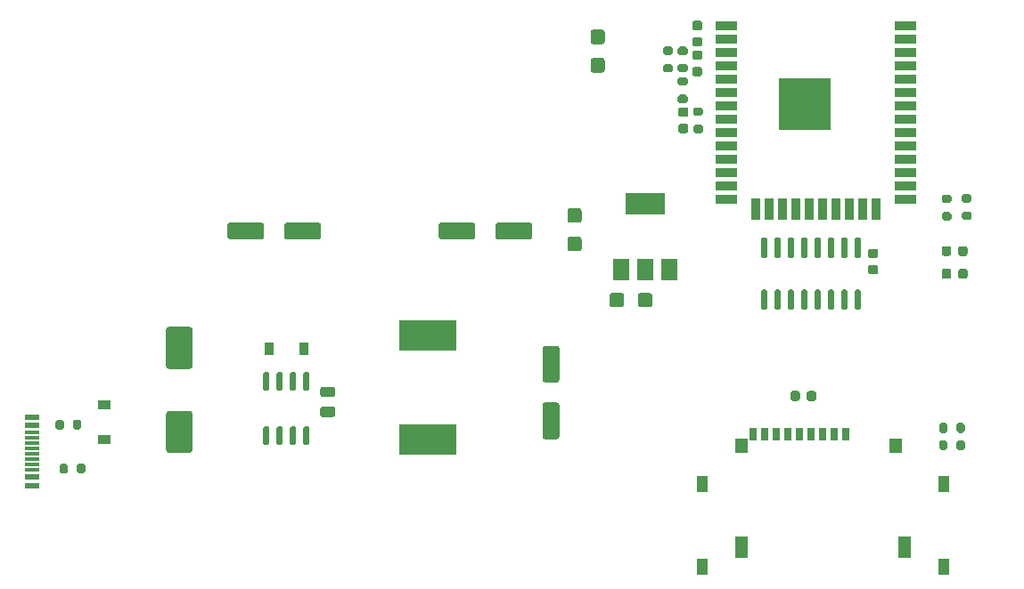
<source format=gtp>
G04 #@! TF.GenerationSoftware,KiCad,Pcbnew,(5.1.10)-1*
G04 #@! TF.CreationDate,2022-01-24T19:44:03+00:00*
G04 #@! TF.ProjectId,ESP32_Plotter_Controller_revB1,45535033-325f-4506-9c6f-747465725f43,rev?*
G04 #@! TF.SameCoordinates,Original*
G04 #@! TF.FileFunction,Paste,Top*
G04 #@! TF.FilePolarity,Positive*
%FSLAX46Y46*%
G04 Gerber Fmt 4.6, Leading zero omitted, Abs format (unit mm)*
G04 Created by KiCad (PCBNEW (5.1.10)-1) date 2022-01-24 19:44:03*
%MOMM*%
%LPD*%
G01*
G04 APERTURE LIST*
%ADD10R,2.000000X0.900000*%
%ADD11R,0.900000X2.000000*%
%ADD12R,5.000000X5.000000*%
%ADD13R,1.200000X0.900000*%
%ADD14R,0.900000X1.200000*%
%ADD15R,1.450000X0.600000*%
%ADD16R,1.450000X0.300000*%
%ADD17R,5.400000X2.900000*%
%ADD18R,1.500000X2.000000*%
%ADD19R,3.800000X2.000000*%
%ADD20R,1.000000X1.500000*%
%ADD21R,1.200000X2.000000*%
%ADD22R,1.200000X1.400000*%
%ADD23R,0.700000X1.300000*%
G04 APERTURE END LIST*
D10*
X116450000Y-70485000D03*
X116450000Y-71755000D03*
X116450000Y-73025000D03*
X116450000Y-74295000D03*
X116450000Y-75565000D03*
X116450000Y-76835000D03*
X116450000Y-78105000D03*
X116450000Y-79375000D03*
X116450000Y-80645000D03*
X116450000Y-81915000D03*
X116450000Y-83185000D03*
X116450000Y-84455000D03*
X116450000Y-85725000D03*
X116450000Y-86995000D03*
D11*
X113665000Y-87995000D03*
X112395000Y-87995000D03*
X111125000Y-87995000D03*
X109855000Y-87995000D03*
X108585000Y-87995000D03*
X107315000Y-87995000D03*
X106045000Y-87995000D03*
X104775000Y-87995000D03*
X103505000Y-87995000D03*
X102235000Y-87995000D03*
D10*
X99450000Y-86995000D03*
X99450000Y-85725000D03*
X99450000Y-84455000D03*
X99450000Y-83185000D03*
X99450000Y-81915000D03*
X99450000Y-80645000D03*
X99450000Y-79375000D03*
X99450000Y-78105000D03*
X99450000Y-76835000D03*
X99450000Y-75565000D03*
X99450000Y-74295000D03*
X99450000Y-73025000D03*
X99450000Y-71755000D03*
X99450000Y-70485000D03*
D12*
X106950000Y-77985000D03*
G36*
G01*
X59413000Y-108634000D02*
X59713000Y-108634000D01*
G75*
G02*
X59863000Y-108784000I0J-150000D01*
G01*
X59863000Y-110234000D01*
G75*
G02*
X59713000Y-110384000I-150000J0D01*
G01*
X59413000Y-110384000D01*
G75*
G02*
X59263000Y-110234000I0J150000D01*
G01*
X59263000Y-108784000D01*
G75*
G02*
X59413000Y-108634000I150000J0D01*
G01*
G37*
G36*
G01*
X58143000Y-108634000D02*
X58443000Y-108634000D01*
G75*
G02*
X58593000Y-108784000I0J-150000D01*
G01*
X58593000Y-110234000D01*
G75*
G02*
X58443000Y-110384000I-150000J0D01*
G01*
X58143000Y-110384000D01*
G75*
G02*
X57993000Y-110234000I0J150000D01*
G01*
X57993000Y-108784000D01*
G75*
G02*
X58143000Y-108634000I150000J0D01*
G01*
G37*
G36*
G01*
X56873000Y-108634000D02*
X57173000Y-108634000D01*
G75*
G02*
X57323000Y-108784000I0J-150000D01*
G01*
X57323000Y-110234000D01*
G75*
G02*
X57173000Y-110384000I-150000J0D01*
G01*
X56873000Y-110384000D01*
G75*
G02*
X56723000Y-110234000I0J150000D01*
G01*
X56723000Y-108784000D01*
G75*
G02*
X56873000Y-108634000I150000J0D01*
G01*
G37*
G36*
G01*
X55603000Y-108634000D02*
X55903000Y-108634000D01*
G75*
G02*
X56053000Y-108784000I0J-150000D01*
G01*
X56053000Y-110234000D01*
G75*
G02*
X55903000Y-110384000I-150000J0D01*
G01*
X55603000Y-110384000D01*
G75*
G02*
X55453000Y-110234000I0J150000D01*
G01*
X55453000Y-108784000D01*
G75*
G02*
X55603000Y-108634000I150000J0D01*
G01*
G37*
G36*
G01*
X55603000Y-103484000D02*
X55903000Y-103484000D01*
G75*
G02*
X56053000Y-103634000I0J-150000D01*
G01*
X56053000Y-105084000D01*
G75*
G02*
X55903000Y-105234000I-150000J0D01*
G01*
X55603000Y-105234000D01*
G75*
G02*
X55453000Y-105084000I0J150000D01*
G01*
X55453000Y-103634000D01*
G75*
G02*
X55603000Y-103484000I150000J0D01*
G01*
G37*
G36*
G01*
X56873000Y-103484000D02*
X57173000Y-103484000D01*
G75*
G02*
X57323000Y-103634000I0J-150000D01*
G01*
X57323000Y-105084000D01*
G75*
G02*
X57173000Y-105234000I-150000J0D01*
G01*
X56873000Y-105234000D01*
G75*
G02*
X56723000Y-105084000I0J150000D01*
G01*
X56723000Y-103634000D01*
G75*
G02*
X56873000Y-103484000I150000J0D01*
G01*
G37*
G36*
G01*
X58143000Y-103484000D02*
X58443000Y-103484000D01*
G75*
G02*
X58593000Y-103634000I0J-150000D01*
G01*
X58593000Y-105084000D01*
G75*
G02*
X58443000Y-105234000I-150000J0D01*
G01*
X58143000Y-105234000D01*
G75*
G02*
X57993000Y-105084000I0J150000D01*
G01*
X57993000Y-103634000D01*
G75*
G02*
X58143000Y-103484000I150000J0D01*
G01*
G37*
G36*
G01*
X59413000Y-103484000D02*
X59713000Y-103484000D01*
G75*
G02*
X59863000Y-103634000I0J-150000D01*
G01*
X59863000Y-105084000D01*
G75*
G02*
X59713000Y-105234000I-150000J0D01*
G01*
X59413000Y-105234000D01*
G75*
G02*
X59263000Y-105084000I0J150000D01*
G01*
X59263000Y-103634000D01*
G75*
G02*
X59413000Y-103484000I150000J0D01*
G01*
G37*
D13*
X40386000Y-106554000D03*
X40386000Y-109854000D03*
D14*
X56008000Y-101219000D03*
X59308000Y-101219000D03*
G36*
G01*
X85464201Y-89266000D02*
X84614199Y-89266000D01*
G75*
G02*
X84364200Y-89016001I0J249999D01*
G01*
X84364200Y-88115999D01*
G75*
G02*
X84614199Y-87866000I249999J0D01*
G01*
X85464201Y-87866000D01*
G75*
G02*
X85714200Y-88115999I0J-249999D01*
G01*
X85714200Y-89016001D01*
G75*
G02*
X85464201Y-89266000I-249999J0D01*
G01*
G37*
G36*
G01*
X85464201Y-91966000D02*
X84614199Y-91966000D01*
G75*
G02*
X84364200Y-91716001I0J249999D01*
G01*
X84364200Y-90815999D01*
G75*
G02*
X84614199Y-90566000I249999J0D01*
G01*
X85464201Y-90566000D01*
G75*
G02*
X85714200Y-90815999I0J-249999D01*
G01*
X85714200Y-91716001D01*
G75*
G02*
X85464201Y-91966000I-249999J0D01*
G01*
G37*
G36*
G01*
X89757500Y-96196599D02*
X89757500Y-97046601D01*
G75*
G02*
X89507501Y-97296600I-249999J0D01*
G01*
X88607499Y-97296600D01*
G75*
G02*
X88357500Y-97046601I0J249999D01*
G01*
X88357500Y-96196599D01*
G75*
G02*
X88607499Y-95946600I249999J0D01*
G01*
X89507501Y-95946600D01*
G75*
G02*
X89757500Y-96196599I0J-249999D01*
G01*
G37*
G36*
G01*
X92457500Y-96196599D02*
X92457500Y-97046601D01*
G75*
G02*
X92207501Y-97296600I-249999J0D01*
G01*
X91307499Y-97296600D01*
G75*
G02*
X91057500Y-97046601I0J249999D01*
G01*
X91057500Y-96196599D01*
G75*
G02*
X91307499Y-95946600I249999J0D01*
G01*
X92207501Y-95946600D01*
G75*
G02*
X92457500Y-96196599I0J-249999D01*
G01*
G37*
G36*
G01*
X111801000Y-95607000D02*
X112101000Y-95607000D01*
G75*
G02*
X112251000Y-95757000I0J-150000D01*
G01*
X112251000Y-97407000D01*
G75*
G02*
X112101000Y-97557000I-150000J0D01*
G01*
X111801000Y-97557000D01*
G75*
G02*
X111651000Y-97407000I0J150000D01*
G01*
X111651000Y-95757000D01*
G75*
G02*
X111801000Y-95607000I150000J0D01*
G01*
G37*
G36*
G01*
X110531000Y-95607000D02*
X110831000Y-95607000D01*
G75*
G02*
X110981000Y-95757000I0J-150000D01*
G01*
X110981000Y-97407000D01*
G75*
G02*
X110831000Y-97557000I-150000J0D01*
G01*
X110531000Y-97557000D01*
G75*
G02*
X110381000Y-97407000I0J150000D01*
G01*
X110381000Y-95757000D01*
G75*
G02*
X110531000Y-95607000I150000J0D01*
G01*
G37*
G36*
G01*
X109261000Y-95607000D02*
X109561000Y-95607000D01*
G75*
G02*
X109711000Y-95757000I0J-150000D01*
G01*
X109711000Y-97407000D01*
G75*
G02*
X109561000Y-97557000I-150000J0D01*
G01*
X109261000Y-97557000D01*
G75*
G02*
X109111000Y-97407000I0J150000D01*
G01*
X109111000Y-95757000D01*
G75*
G02*
X109261000Y-95607000I150000J0D01*
G01*
G37*
G36*
G01*
X107991000Y-95607000D02*
X108291000Y-95607000D01*
G75*
G02*
X108441000Y-95757000I0J-150000D01*
G01*
X108441000Y-97407000D01*
G75*
G02*
X108291000Y-97557000I-150000J0D01*
G01*
X107991000Y-97557000D01*
G75*
G02*
X107841000Y-97407000I0J150000D01*
G01*
X107841000Y-95757000D01*
G75*
G02*
X107991000Y-95607000I150000J0D01*
G01*
G37*
G36*
G01*
X106721000Y-95607000D02*
X107021000Y-95607000D01*
G75*
G02*
X107171000Y-95757000I0J-150000D01*
G01*
X107171000Y-97407000D01*
G75*
G02*
X107021000Y-97557000I-150000J0D01*
G01*
X106721000Y-97557000D01*
G75*
G02*
X106571000Y-97407000I0J150000D01*
G01*
X106571000Y-95757000D01*
G75*
G02*
X106721000Y-95607000I150000J0D01*
G01*
G37*
G36*
G01*
X105451000Y-95607000D02*
X105751000Y-95607000D01*
G75*
G02*
X105901000Y-95757000I0J-150000D01*
G01*
X105901000Y-97407000D01*
G75*
G02*
X105751000Y-97557000I-150000J0D01*
G01*
X105451000Y-97557000D01*
G75*
G02*
X105301000Y-97407000I0J150000D01*
G01*
X105301000Y-95757000D01*
G75*
G02*
X105451000Y-95607000I150000J0D01*
G01*
G37*
G36*
G01*
X104181000Y-95607000D02*
X104481000Y-95607000D01*
G75*
G02*
X104631000Y-95757000I0J-150000D01*
G01*
X104631000Y-97407000D01*
G75*
G02*
X104481000Y-97557000I-150000J0D01*
G01*
X104181000Y-97557000D01*
G75*
G02*
X104031000Y-97407000I0J150000D01*
G01*
X104031000Y-95757000D01*
G75*
G02*
X104181000Y-95607000I150000J0D01*
G01*
G37*
G36*
G01*
X102911000Y-95607000D02*
X103211000Y-95607000D01*
G75*
G02*
X103361000Y-95757000I0J-150000D01*
G01*
X103361000Y-97407000D01*
G75*
G02*
X103211000Y-97557000I-150000J0D01*
G01*
X102911000Y-97557000D01*
G75*
G02*
X102761000Y-97407000I0J150000D01*
G01*
X102761000Y-95757000D01*
G75*
G02*
X102911000Y-95607000I150000J0D01*
G01*
G37*
G36*
G01*
X102911000Y-90657000D02*
X103211000Y-90657000D01*
G75*
G02*
X103361000Y-90807000I0J-150000D01*
G01*
X103361000Y-92457000D01*
G75*
G02*
X103211000Y-92607000I-150000J0D01*
G01*
X102911000Y-92607000D01*
G75*
G02*
X102761000Y-92457000I0J150000D01*
G01*
X102761000Y-90807000D01*
G75*
G02*
X102911000Y-90657000I150000J0D01*
G01*
G37*
G36*
G01*
X104181000Y-90657000D02*
X104481000Y-90657000D01*
G75*
G02*
X104631000Y-90807000I0J-150000D01*
G01*
X104631000Y-92457000D01*
G75*
G02*
X104481000Y-92607000I-150000J0D01*
G01*
X104181000Y-92607000D01*
G75*
G02*
X104031000Y-92457000I0J150000D01*
G01*
X104031000Y-90807000D01*
G75*
G02*
X104181000Y-90657000I150000J0D01*
G01*
G37*
G36*
G01*
X105451000Y-90657000D02*
X105751000Y-90657000D01*
G75*
G02*
X105901000Y-90807000I0J-150000D01*
G01*
X105901000Y-92457000D01*
G75*
G02*
X105751000Y-92607000I-150000J0D01*
G01*
X105451000Y-92607000D01*
G75*
G02*
X105301000Y-92457000I0J150000D01*
G01*
X105301000Y-90807000D01*
G75*
G02*
X105451000Y-90657000I150000J0D01*
G01*
G37*
G36*
G01*
X106721000Y-90657000D02*
X107021000Y-90657000D01*
G75*
G02*
X107171000Y-90807000I0J-150000D01*
G01*
X107171000Y-92457000D01*
G75*
G02*
X107021000Y-92607000I-150000J0D01*
G01*
X106721000Y-92607000D01*
G75*
G02*
X106571000Y-92457000I0J150000D01*
G01*
X106571000Y-90807000D01*
G75*
G02*
X106721000Y-90657000I150000J0D01*
G01*
G37*
G36*
G01*
X107991000Y-90657000D02*
X108291000Y-90657000D01*
G75*
G02*
X108441000Y-90807000I0J-150000D01*
G01*
X108441000Y-92457000D01*
G75*
G02*
X108291000Y-92607000I-150000J0D01*
G01*
X107991000Y-92607000D01*
G75*
G02*
X107841000Y-92457000I0J150000D01*
G01*
X107841000Y-90807000D01*
G75*
G02*
X107991000Y-90657000I150000J0D01*
G01*
G37*
G36*
G01*
X109261000Y-90657000D02*
X109561000Y-90657000D01*
G75*
G02*
X109711000Y-90807000I0J-150000D01*
G01*
X109711000Y-92457000D01*
G75*
G02*
X109561000Y-92607000I-150000J0D01*
G01*
X109261000Y-92607000D01*
G75*
G02*
X109111000Y-92457000I0J150000D01*
G01*
X109111000Y-90807000D01*
G75*
G02*
X109261000Y-90657000I150000J0D01*
G01*
G37*
G36*
G01*
X110531000Y-90657000D02*
X110831000Y-90657000D01*
G75*
G02*
X110981000Y-90807000I0J-150000D01*
G01*
X110981000Y-92457000D01*
G75*
G02*
X110831000Y-92607000I-150000J0D01*
G01*
X110531000Y-92607000D01*
G75*
G02*
X110381000Y-92457000I0J150000D01*
G01*
X110381000Y-90807000D01*
G75*
G02*
X110531000Y-90657000I150000J0D01*
G01*
G37*
G36*
G01*
X111801000Y-90657000D02*
X112101000Y-90657000D01*
G75*
G02*
X112251000Y-90807000I0J-150000D01*
G01*
X112251000Y-92457000D01*
G75*
G02*
X112101000Y-92607000I-150000J0D01*
G01*
X111801000Y-92607000D01*
G75*
G02*
X111651000Y-92457000I0J150000D01*
G01*
X111651000Y-90807000D01*
G75*
G02*
X111801000Y-90657000I150000J0D01*
G01*
G37*
G36*
G01*
X93641500Y-72498000D02*
X94191500Y-72498000D01*
G75*
G02*
X94391500Y-72698000I0J-200000D01*
G01*
X94391500Y-73098000D01*
G75*
G02*
X94191500Y-73298000I-200000J0D01*
G01*
X93641500Y-73298000D01*
G75*
G02*
X93441500Y-73098000I0J200000D01*
G01*
X93441500Y-72698000D01*
G75*
G02*
X93641500Y-72498000I200000J0D01*
G01*
G37*
G36*
G01*
X93641500Y-74148000D02*
X94191500Y-74148000D01*
G75*
G02*
X94391500Y-74348000I0J-200000D01*
G01*
X94391500Y-74748000D01*
G75*
G02*
X94191500Y-74948000I-200000J0D01*
G01*
X93641500Y-74948000D01*
G75*
G02*
X93441500Y-74748000I0J200000D01*
G01*
X93441500Y-74348000D01*
G75*
G02*
X93641500Y-74148000I200000J0D01*
G01*
G37*
D15*
X33509000Y-114248000D03*
X33509000Y-113448000D03*
X33509000Y-108548000D03*
X33509000Y-107748000D03*
X33509000Y-107748000D03*
X33509000Y-108548000D03*
X33509000Y-113448000D03*
X33509000Y-114248000D03*
D16*
X33509000Y-109248000D03*
X33509000Y-109748000D03*
X33509000Y-110248000D03*
X33509000Y-111248000D03*
X33509000Y-111748000D03*
X33509000Y-112248000D03*
X33509000Y-112748000D03*
X33509000Y-110748000D03*
G36*
G01*
X46498000Y-107156000D02*
X48498000Y-107156000D01*
G75*
G02*
X48748000Y-107406000I0J-250000D01*
G01*
X48748000Y-110906000D01*
G75*
G02*
X48498000Y-111156000I-250000J0D01*
G01*
X46498000Y-111156000D01*
G75*
G02*
X46248000Y-110906000I0J250000D01*
G01*
X46248000Y-107406000D01*
G75*
G02*
X46498000Y-107156000I250000J0D01*
G01*
G37*
G36*
G01*
X46498000Y-99156000D02*
X48498000Y-99156000D01*
G75*
G02*
X48748000Y-99406000I0J-250000D01*
G01*
X48748000Y-102906000D01*
G75*
G02*
X48498000Y-103156000I-250000J0D01*
G01*
X46498000Y-103156000D01*
G75*
G02*
X46248000Y-102906000I0J250000D01*
G01*
X46248000Y-99406000D01*
G75*
G02*
X46498000Y-99156000I250000J0D01*
G01*
G37*
G36*
G01*
X61120000Y-106749000D02*
X62070000Y-106749000D01*
G75*
G02*
X62320000Y-106999000I0J-250000D01*
G01*
X62320000Y-107499000D01*
G75*
G02*
X62070000Y-107749000I-250000J0D01*
G01*
X61120000Y-107749000D01*
G75*
G02*
X60870000Y-107499000I0J250000D01*
G01*
X60870000Y-106999000D01*
G75*
G02*
X61120000Y-106749000I250000J0D01*
G01*
G37*
G36*
G01*
X61120000Y-104849000D02*
X62070000Y-104849000D01*
G75*
G02*
X62320000Y-105099000I0J-250000D01*
G01*
X62320000Y-105599000D01*
G75*
G02*
X62070000Y-105849000I-250000J0D01*
G01*
X61120000Y-105849000D01*
G75*
G02*
X60870000Y-105599000I0J250000D01*
G01*
X60870000Y-105099000D01*
G75*
G02*
X61120000Y-104849000I250000J0D01*
G01*
G37*
G36*
G01*
X83354000Y-104460000D02*
X82254000Y-104460000D01*
G75*
G02*
X82004000Y-104210000I0J250000D01*
G01*
X82004000Y-101210000D01*
G75*
G02*
X82254000Y-100960000I250000J0D01*
G01*
X83354000Y-100960000D01*
G75*
G02*
X83604000Y-101210000I0J-250000D01*
G01*
X83604000Y-104210000D01*
G75*
G02*
X83354000Y-104460000I-250000J0D01*
G01*
G37*
G36*
G01*
X83354000Y-109860000D02*
X82254000Y-109860000D01*
G75*
G02*
X82004000Y-109610000I0J250000D01*
G01*
X82004000Y-106610000D01*
G75*
G02*
X82254000Y-106360000I250000J0D01*
G01*
X83354000Y-106360000D01*
G75*
G02*
X83604000Y-106610000I0J-250000D01*
G01*
X83604000Y-109610000D01*
G75*
G02*
X83354000Y-109860000I-250000J0D01*
G01*
G37*
G36*
G01*
X77531000Y-90593000D02*
X77531000Y-89493000D01*
G75*
G02*
X77781000Y-89243000I250000J0D01*
G01*
X80781000Y-89243000D01*
G75*
G02*
X81031000Y-89493000I0J-250000D01*
G01*
X81031000Y-90593000D01*
G75*
G02*
X80781000Y-90843000I-250000J0D01*
G01*
X77781000Y-90843000D01*
G75*
G02*
X77531000Y-90593000I0J250000D01*
G01*
G37*
G36*
G01*
X72131000Y-90593000D02*
X72131000Y-89493000D01*
G75*
G02*
X72381000Y-89243000I250000J0D01*
G01*
X75381000Y-89243000D01*
G75*
G02*
X75631000Y-89493000I0J-250000D01*
G01*
X75631000Y-90593000D01*
G75*
G02*
X75381000Y-90843000I-250000J0D01*
G01*
X72381000Y-90843000D01*
G75*
G02*
X72131000Y-90593000I0J250000D01*
G01*
G37*
G36*
G01*
X57465000Y-90593000D02*
X57465000Y-89493000D01*
G75*
G02*
X57715000Y-89243000I250000J0D01*
G01*
X60715000Y-89243000D01*
G75*
G02*
X60965000Y-89493000I0J-250000D01*
G01*
X60965000Y-90593000D01*
G75*
G02*
X60715000Y-90843000I-250000J0D01*
G01*
X57715000Y-90843000D01*
G75*
G02*
X57465000Y-90593000I0J250000D01*
G01*
G37*
G36*
G01*
X52065000Y-90593000D02*
X52065000Y-89493000D01*
G75*
G02*
X52315000Y-89243000I250000J0D01*
G01*
X55315000Y-89243000D01*
G75*
G02*
X55565000Y-89493000I0J-250000D01*
G01*
X55565000Y-90593000D01*
G75*
G02*
X55315000Y-90843000I-250000J0D01*
G01*
X52315000Y-90843000D01*
G75*
G02*
X52065000Y-90593000I0J250000D01*
G01*
G37*
D17*
X71120000Y-109852000D03*
X71120000Y-99952000D03*
G36*
G01*
X95588500Y-73298000D02*
X95038500Y-73298000D01*
G75*
G02*
X94838500Y-73098000I0J200000D01*
G01*
X94838500Y-72698000D01*
G75*
G02*
X95038500Y-72498000I200000J0D01*
G01*
X95588500Y-72498000D01*
G75*
G02*
X95788500Y-72698000I0J-200000D01*
G01*
X95788500Y-73098000D01*
G75*
G02*
X95588500Y-73298000I-200000J0D01*
G01*
G37*
G36*
G01*
X95588500Y-74948000D02*
X95038500Y-74948000D01*
G75*
G02*
X94838500Y-74748000I0J200000D01*
G01*
X94838500Y-74348000D01*
G75*
G02*
X95038500Y-74148000I200000J0D01*
G01*
X95588500Y-74148000D01*
G75*
G02*
X95788500Y-74348000I0J-200000D01*
G01*
X95788500Y-74748000D01*
G75*
G02*
X95588500Y-74948000I-200000J0D01*
G01*
G37*
G36*
G01*
X96499000Y-79927000D02*
X97049000Y-79927000D01*
G75*
G02*
X97249000Y-80127000I0J-200000D01*
G01*
X97249000Y-80527000D01*
G75*
G02*
X97049000Y-80727000I-200000J0D01*
G01*
X96499000Y-80727000D01*
G75*
G02*
X96299000Y-80527000I0J200000D01*
G01*
X96299000Y-80127000D01*
G75*
G02*
X96499000Y-79927000I200000J0D01*
G01*
G37*
G36*
G01*
X96499000Y-78277000D02*
X97049000Y-78277000D01*
G75*
G02*
X97249000Y-78477000I0J-200000D01*
G01*
X97249000Y-78877000D01*
G75*
G02*
X97049000Y-79077000I-200000J0D01*
G01*
X96499000Y-79077000D01*
G75*
G02*
X96299000Y-78877000I0J200000D01*
G01*
X96299000Y-78477000D01*
G75*
G02*
X96499000Y-78277000I200000J0D01*
G01*
G37*
G36*
G01*
X120671000Y-87395000D02*
X120121000Y-87395000D01*
G75*
G02*
X119921000Y-87195000I0J200000D01*
G01*
X119921000Y-86795000D01*
G75*
G02*
X120121000Y-86595000I200000J0D01*
G01*
X120671000Y-86595000D01*
G75*
G02*
X120871000Y-86795000I0J-200000D01*
G01*
X120871000Y-87195000D01*
G75*
G02*
X120671000Y-87395000I-200000J0D01*
G01*
G37*
G36*
G01*
X120671000Y-89045000D02*
X120121000Y-89045000D01*
G75*
G02*
X119921000Y-88845000I0J200000D01*
G01*
X119921000Y-88445000D01*
G75*
G02*
X120121000Y-88245000I200000J0D01*
G01*
X120671000Y-88245000D01*
G75*
G02*
X120871000Y-88445000I0J-200000D01*
G01*
X120871000Y-88845000D01*
G75*
G02*
X120671000Y-89045000I-200000J0D01*
G01*
G37*
G36*
G01*
X122576000Y-87332000D02*
X122026000Y-87332000D01*
G75*
G02*
X121826000Y-87132000I0J200000D01*
G01*
X121826000Y-86732000D01*
G75*
G02*
X122026000Y-86532000I200000J0D01*
G01*
X122576000Y-86532000D01*
G75*
G02*
X122776000Y-86732000I0J-200000D01*
G01*
X122776000Y-87132000D01*
G75*
G02*
X122576000Y-87332000I-200000J0D01*
G01*
G37*
G36*
G01*
X122576000Y-88982000D02*
X122026000Y-88982000D01*
G75*
G02*
X121826000Y-88782000I0J200000D01*
G01*
X121826000Y-88382000D01*
G75*
G02*
X122026000Y-88182000I200000J0D01*
G01*
X122576000Y-88182000D01*
G75*
G02*
X122776000Y-88382000I0J-200000D01*
G01*
X122776000Y-88782000D01*
G75*
G02*
X122576000Y-88982000I-200000J0D01*
G01*
G37*
G36*
G01*
X95127000Y-79827000D02*
X95627000Y-79827000D01*
G75*
G02*
X95852000Y-80052000I0J-225000D01*
G01*
X95852000Y-80502000D01*
G75*
G02*
X95627000Y-80727000I-225000J0D01*
G01*
X95127000Y-80727000D01*
G75*
G02*
X94902000Y-80502000I0J225000D01*
G01*
X94902000Y-80052000D01*
G75*
G02*
X95127000Y-79827000I225000J0D01*
G01*
G37*
G36*
G01*
X95127000Y-78277000D02*
X95627000Y-78277000D01*
G75*
G02*
X95852000Y-78502000I0J-225000D01*
G01*
X95852000Y-78952000D01*
G75*
G02*
X95627000Y-79177000I-225000J0D01*
G01*
X95127000Y-79177000D01*
G75*
G02*
X94902000Y-78952000I0J225000D01*
G01*
X94902000Y-78502000D01*
G75*
G02*
X95127000Y-78277000I225000J0D01*
G01*
G37*
G36*
G01*
X96960500Y-73766500D02*
X96460500Y-73766500D01*
G75*
G02*
X96235500Y-73541500I0J225000D01*
G01*
X96235500Y-73091500D01*
G75*
G02*
X96460500Y-72866500I225000J0D01*
G01*
X96960500Y-72866500D01*
G75*
G02*
X97185500Y-73091500I0J-225000D01*
G01*
X97185500Y-73541500D01*
G75*
G02*
X96960500Y-73766500I-225000J0D01*
G01*
G37*
G36*
G01*
X96960500Y-75316500D02*
X96460500Y-75316500D01*
G75*
G02*
X96235500Y-75091500I0J225000D01*
G01*
X96235500Y-74641500D01*
G75*
G02*
X96460500Y-74416500I225000J0D01*
G01*
X96960500Y-74416500D01*
G75*
G02*
X97185500Y-74641500I0J-225000D01*
G01*
X97185500Y-75091500D01*
G75*
G02*
X96960500Y-75316500I-225000J0D01*
G01*
G37*
G36*
G01*
X121483000Y-92198000D02*
X121483000Y-91698000D01*
G75*
G02*
X121708000Y-91473000I225000J0D01*
G01*
X122158000Y-91473000D01*
G75*
G02*
X122383000Y-91698000I0J-225000D01*
G01*
X122383000Y-92198000D01*
G75*
G02*
X122158000Y-92423000I-225000J0D01*
G01*
X121708000Y-92423000D01*
G75*
G02*
X121483000Y-92198000I0J225000D01*
G01*
G37*
G36*
G01*
X119933000Y-92198000D02*
X119933000Y-91698000D01*
G75*
G02*
X120158000Y-91473000I225000J0D01*
G01*
X120608000Y-91473000D01*
G75*
G02*
X120833000Y-91698000I0J-225000D01*
G01*
X120833000Y-92198000D01*
G75*
G02*
X120608000Y-92423000I-225000J0D01*
G01*
X120158000Y-92423000D01*
G75*
G02*
X119933000Y-92198000I0J225000D01*
G01*
G37*
G36*
G01*
X120833000Y-93857000D02*
X120833000Y-94357000D01*
G75*
G02*
X120608000Y-94582000I-225000J0D01*
G01*
X120158000Y-94582000D01*
G75*
G02*
X119933000Y-94357000I0J225000D01*
G01*
X119933000Y-93857000D01*
G75*
G02*
X120158000Y-93632000I225000J0D01*
G01*
X120608000Y-93632000D01*
G75*
G02*
X120833000Y-93857000I0J-225000D01*
G01*
G37*
G36*
G01*
X122383000Y-93857000D02*
X122383000Y-94357000D01*
G75*
G02*
X122158000Y-94582000I-225000J0D01*
G01*
X121708000Y-94582000D01*
G75*
G02*
X121483000Y-94357000I0J225000D01*
G01*
X121483000Y-93857000D01*
G75*
G02*
X121708000Y-93632000I225000J0D01*
G01*
X122158000Y-93632000D01*
G75*
G02*
X122383000Y-93857000I0J-225000D01*
G01*
G37*
D18*
X89470200Y-93751800D03*
X94070200Y-93751800D03*
X91770200Y-93751800D03*
D19*
X91770200Y-87451800D03*
D20*
X97155000Y-122022000D03*
X97155000Y-114122000D03*
X120142000Y-122022000D03*
X120142000Y-114122000D03*
G36*
G01*
X37763000Y-112924000D02*
X37763000Y-112374000D01*
G75*
G02*
X37963000Y-112174000I200000J0D01*
G01*
X38363000Y-112174000D01*
G75*
G02*
X38563000Y-112374000I0J-200000D01*
G01*
X38563000Y-112924000D01*
G75*
G02*
X38363000Y-113124000I-200000J0D01*
G01*
X37963000Y-113124000D01*
G75*
G02*
X37763000Y-112924000I0J200000D01*
G01*
G37*
G36*
G01*
X36113000Y-112924000D02*
X36113000Y-112374000D01*
G75*
G02*
X36313000Y-112174000I200000J0D01*
G01*
X36713000Y-112174000D01*
G75*
G02*
X36913000Y-112374000I0J-200000D01*
G01*
X36913000Y-112924000D01*
G75*
G02*
X36713000Y-113124000I-200000J0D01*
G01*
X36313000Y-113124000D01*
G75*
G02*
X36113000Y-112924000I0J200000D01*
G01*
G37*
G36*
G01*
X37382000Y-108733000D02*
X37382000Y-108183000D01*
G75*
G02*
X37582000Y-107983000I200000J0D01*
G01*
X37982000Y-107983000D01*
G75*
G02*
X38182000Y-108183000I0J-200000D01*
G01*
X38182000Y-108733000D01*
G75*
G02*
X37982000Y-108933000I-200000J0D01*
G01*
X37582000Y-108933000D01*
G75*
G02*
X37382000Y-108733000I0J200000D01*
G01*
G37*
G36*
G01*
X35732000Y-108733000D02*
X35732000Y-108183000D01*
G75*
G02*
X35932000Y-107983000I200000J0D01*
G01*
X36332000Y-107983000D01*
G75*
G02*
X36532000Y-108183000I0J-200000D01*
G01*
X36532000Y-108733000D01*
G75*
G02*
X36332000Y-108933000I-200000J0D01*
G01*
X35932000Y-108933000D01*
G75*
G02*
X35732000Y-108733000I0J200000D01*
G01*
G37*
D21*
X116430000Y-120162000D03*
X100930000Y-120162000D03*
D22*
X115530000Y-110462000D03*
X100930000Y-110437000D03*
D23*
X110830000Y-109362000D03*
X109730000Y-109362000D03*
X108630000Y-109362000D03*
X107530000Y-109362000D03*
X106430000Y-109362000D03*
X105330000Y-109362000D03*
X104230000Y-109362000D03*
X103130000Y-109362000D03*
X102030000Y-109362000D03*
G36*
G01*
X120479500Y-110151500D02*
X120479500Y-110701500D01*
G75*
G02*
X120279500Y-110901500I-200000J0D01*
G01*
X119879500Y-110901500D01*
G75*
G02*
X119679500Y-110701500I0J200000D01*
G01*
X119679500Y-110151500D01*
G75*
G02*
X119879500Y-109951500I200000J0D01*
G01*
X120279500Y-109951500D01*
G75*
G02*
X120479500Y-110151500I0J-200000D01*
G01*
G37*
G36*
G01*
X122129500Y-110151500D02*
X122129500Y-110701500D01*
G75*
G02*
X121929500Y-110901500I-200000J0D01*
G01*
X121529500Y-110901500D01*
G75*
G02*
X121329500Y-110701500I0J200000D01*
G01*
X121329500Y-110151500D01*
G75*
G02*
X121529500Y-109951500I200000J0D01*
G01*
X121929500Y-109951500D01*
G75*
G02*
X122129500Y-110151500I0J-200000D01*
G01*
G37*
G36*
G01*
X121328500Y-109050500D02*
X121328500Y-108500500D01*
G75*
G02*
X121528500Y-108300500I200000J0D01*
G01*
X121928500Y-108300500D01*
G75*
G02*
X122128500Y-108500500I0J-200000D01*
G01*
X122128500Y-109050500D01*
G75*
G02*
X121928500Y-109250500I-200000J0D01*
G01*
X121528500Y-109250500D01*
G75*
G02*
X121328500Y-109050500I0J200000D01*
G01*
G37*
G36*
G01*
X119678500Y-109050500D02*
X119678500Y-108500500D01*
G75*
G02*
X119878500Y-108300500I200000J0D01*
G01*
X120278500Y-108300500D01*
G75*
G02*
X120478500Y-108500500I0J-200000D01*
G01*
X120478500Y-109050500D01*
G75*
G02*
X120278500Y-109250500I-200000J0D01*
G01*
X119878500Y-109250500D01*
G75*
G02*
X119678500Y-109050500I0J200000D01*
G01*
G37*
G36*
G01*
X95038500Y-77070000D02*
X95588500Y-77070000D01*
G75*
G02*
X95788500Y-77270000I0J-200000D01*
G01*
X95788500Y-77670000D01*
G75*
G02*
X95588500Y-77870000I-200000J0D01*
G01*
X95038500Y-77870000D01*
G75*
G02*
X94838500Y-77670000I0J200000D01*
G01*
X94838500Y-77270000D01*
G75*
G02*
X95038500Y-77070000I200000J0D01*
G01*
G37*
G36*
G01*
X95038500Y-75420000D02*
X95588500Y-75420000D01*
G75*
G02*
X95788500Y-75620000I0J-200000D01*
G01*
X95788500Y-76020000D01*
G75*
G02*
X95588500Y-76220000I-200000J0D01*
G01*
X95038500Y-76220000D01*
G75*
G02*
X94838500Y-76020000I0J200000D01*
G01*
X94838500Y-75620000D01*
G75*
G02*
X95038500Y-75420000I200000J0D01*
G01*
G37*
G36*
G01*
X96960500Y-70935000D02*
X96460500Y-70935000D01*
G75*
G02*
X96235500Y-70710000I0J225000D01*
G01*
X96235500Y-70260000D01*
G75*
G02*
X96460500Y-70035000I225000J0D01*
G01*
X96960500Y-70035000D01*
G75*
G02*
X97185500Y-70260000I0J-225000D01*
G01*
X97185500Y-70710000D01*
G75*
G02*
X96960500Y-70935000I-225000J0D01*
G01*
G37*
G36*
G01*
X96960500Y-72485000D02*
X96460500Y-72485000D01*
G75*
G02*
X96235500Y-72260000I0J225000D01*
G01*
X96235500Y-71810000D01*
G75*
G02*
X96460500Y-71585000I225000J0D01*
G01*
X96960500Y-71585000D01*
G75*
G02*
X97185500Y-71810000I0J-225000D01*
G01*
X97185500Y-72260000D01*
G75*
G02*
X96960500Y-72485000I-225000J0D01*
G01*
G37*
G36*
G01*
X113661000Y-94176600D02*
X113161000Y-94176600D01*
G75*
G02*
X112936000Y-93951600I0J225000D01*
G01*
X112936000Y-93501600D01*
G75*
G02*
X113161000Y-93276600I225000J0D01*
G01*
X113661000Y-93276600D01*
G75*
G02*
X113886000Y-93501600I0J-225000D01*
G01*
X113886000Y-93951600D01*
G75*
G02*
X113661000Y-94176600I-225000J0D01*
G01*
G37*
G36*
G01*
X113661000Y-92626600D02*
X113161000Y-92626600D01*
G75*
G02*
X112936000Y-92401600I0J225000D01*
G01*
X112936000Y-91951600D01*
G75*
G02*
X113161000Y-91726600I225000J0D01*
G01*
X113661000Y-91726600D01*
G75*
G02*
X113886000Y-91951600I0J-225000D01*
G01*
X113886000Y-92401600D01*
G75*
G02*
X113661000Y-92626600I-225000J0D01*
G01*
G37*
G36*
G01*
X108006600Y-105490200D02*
X108006600Y-105990200D01*
G75*
G02*
X107781600Y-106215200I-225000J0D01*
G01*
X107331600Y-106215200D01*
G75*
G02*
X107106600Y-105990200I0J225000D01*
G01*
X107106600Y-105490200D01*
G75*
G02*
X107331600Y-105265200I225000J0D01*
G01*
X107781600Y-105265200D01*
G75*
G02*
X108006600Y-105490200I0J-225000D01*
G01*
G37*
G36*
G01*
X106456600Y-105490200D02*
X106456600Y-105990200D01*
G75*
G02*
X106231600Y-106215200I-225000J0D01*
G01*
X105781600Y-106215200D01*
G75*
G02*
X105556600Y-105990200I0J225000D01*
G01*
X105556600Y-105490200D01*
G75*
G02*
X105781600Y-105265200I225000J0D01*
G01*
X106231600Y-105265200D01*
G75*
G02*
X106456600Y-105490200I0J-225000D01*
G01*
G37*
G36*
G01*
X87674001Y-74973400D02*
X86823999Y-74973400D01*
G75*
G02*
X86574000Y-74723401I0J249999D01*
G01*
X86574000Y-73823399D01*
G75*
G02*
X86823999Y-73573400I249999J0D01*
G01*
X87674001Y-73573400D01*
G75*
G02*
X87924000Y-73823399I0J-249999D01*
G01*
X87924000Y-74723401D01*
G75*
G02*
X87674001Y-74973400I-249999J0D01*
G01*
G37*
G36*
G01*
X87674001Y-72273400D02*
X86823999Y-72273400D01*
G75*
G02*
X86574000Y-72023401I0J249999D01*
G01*
X86574000Y-71123399D01*
G75*
G02*
X86823999Y-70873400I249999J0D01*
G01*
X87674001Y-70873400D01*
G75*
G02*
X87924000Y-71123399I0J-249999D01*
G01*
X87924000Y-72023401D01*
G75*
G02*
X87674001Y-72273400I-249999J0D01*
G01*
G37*
M02*

</source>
